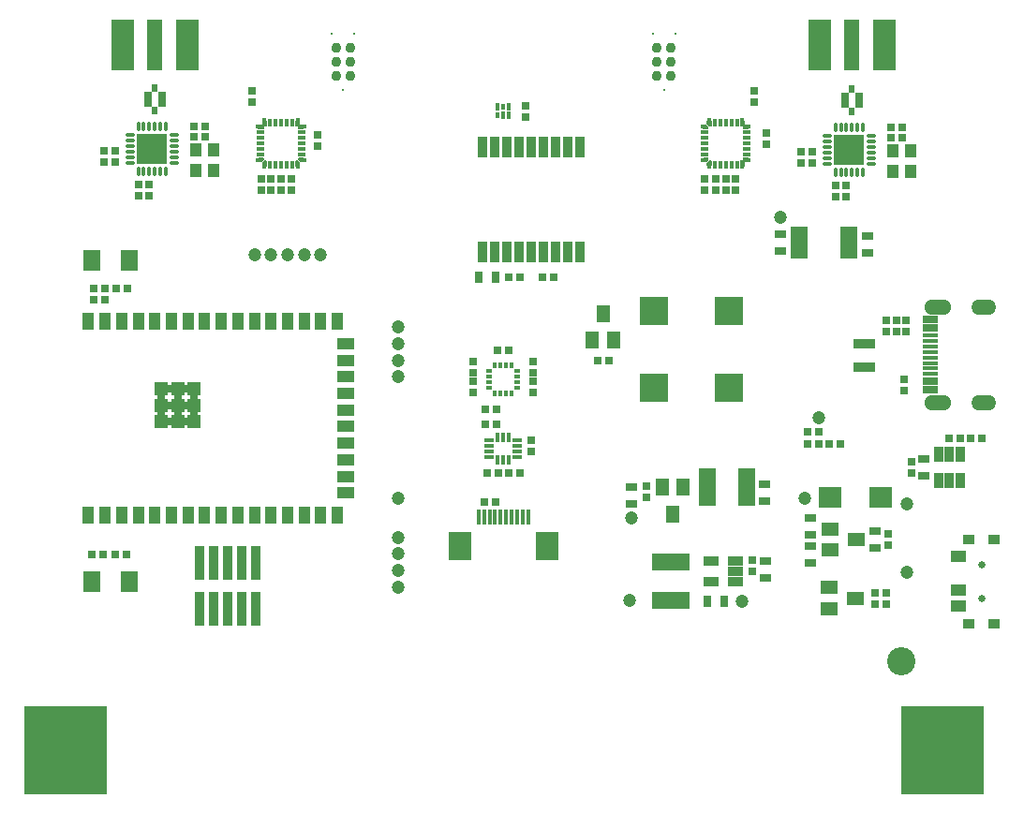
<source format=gbs>
G04*
G04 #@! TF.GenerationSoftware,Altium Limited,Altium Designer,22.1.2 (22)*
G04*
G04 Layer_Color=16711935*
%FSLAX44Y44*%
%MOMM*%
G71*
G04*
G04 #@! TF.SameCoordinates,DC0EFF74-F3D2-441A-B5B2-ABEB85199A1F*
G04*
G04*
G04 #@! TF.FilePolarity,Negative*
G04*
G01*
G75*
%ADD21R,2.1500X4.6500*%
%ADD22C,0.1500*%
%ADD23C,0.2500*%
%ADD24C,0.7500*%
%ADD25C,0.6500*%
%ADD26O,2.2500X1.3500*%
%ADD27O,2.4500X1.3500*%
%ADD28C,2.5500*%
%ADD95R,0.7596X0.6580*%
%ADD96R,0.6580X0.7596*%
%ADD97R,1.1500X1.6500*%
%ADD98R,2.6500X2.6500*%
%ADD99R,1.5500X1.8500*%
%ADD100C,0.9370*%
%ADD101R,0.8500X1.9500*%
%ADD102R,0.9500X1.9500*%
%ADD103R,1.2500X1.2500*%
%ADD104R,1.0500X1.6500*%
%ADD105R,1.6500X1.0500*%
%ADD106R,0.5000X0.4500*%
%ADD107R,0.7000X0.4500*%
%ADD108R,0.4500X0.5000*%
%ADD109R,0.4500X0.7000*%
%ADD110R,2.8300X2.8300*%
%ADD111O,0.3700X0.8500*%
%ADD112O,0.8500X0.3700*%
%ADD113R,1.0500X1.1500*%
%ADD114R,0.7000X1.4000*%
%ADD115R,0.5000X0.7000*%
%ADD116R,0.4500X0.6000*%
%ADD117R,0.6000X0.4500*%
%ADD118R,0.8250X0.4000*%
%ADD119R,0.4000X0.8250*%
%ADD120R,1.0390X0.7850*%
%ADD121C,1.2032*%
%ADD122R,0.7850X1.0390*%
%ADD123R,1.3500X0.8500*%
%ADD124R,1.6500X2.9500*%
%ADD125R,3.4500X1.5500*%
%ADD126R,0.8500X1.3500*%
%ADD127R,1.5500X3.4500*%
%ADD128R,1.6500X1.1500*%
%ADD129R,2.1500X1.9500*%
%ADD130R,1.1100X0.9500*%
%ADD131R,1.4000X1.0500*%
%ADD132R,1.4000X0.7500*%
%ADD133R,1.4000X0.4500*%
%ADD134R,0.9016X3.1016*%
%ADD135R,0.6500X0.9500*%
%ADD136R,0.3500X0.6500*%
%ADD137R,0.3500X0.6000*%
%ADD138R,7.5000X7.9200*%
%ADD139R,2.1500X2.6500*%
%ADD140R,0.4500X1.4000*%
%ADD141R,1.3500X4.6500*%
G36*
X232868Y653243D02*
X232983Y653215D01*
X233092Y653170D01*
X233192Y653109D01*
X233282Y653032D01*
X233359Y652942D01*
X233420Y652842D01*
X233465Y652732D01*
X233493Y652618D01*
X233502Y652500D01*
Y651000D01*
X233493Y650882D01*
X233465Y650768D01*
X233434Y650690D01*
X233420Y650658D01*
X233359Y650558D01*
X233282Y650468D01*
X231782Y648968D01*
X231692Y648891D01*
X231592Y648830D01*
X231483Y648784D01*
X231368Y648757D01*
X231250Y648748D01*
X229000D01*
X228882Y648757D01*
X228768Y648784D01*
X228658Y648830D01*
X228558Y648891D01*
X228468Y648968D01*
X228391Y649058D01*
X228330Y649158D01*
X228284Y649268D01*
X228257Y649382D01*
X228248Y649500D01*
Y652500D01*
X228257Y652618D01*
X228284Y652732D01*
X228330Y652842D01*
X228391Y652942D01*
X228468Y653032D01*
X228558Y653109D01*
X228658Y653170D01*
X228768Y653215D01*
X228882Y653243D01*
X229000Y653252D01*
X232750D01*
X232868Y653243D01*
D02*
G37*
G36*
X235618Y650493D02*
X235732Y650465D01*
X235842Y650420D01*
X235942Y650359D01*
X236032Y650282D01*
X236109Y650192D01*
X236170Y650092D01*
X236215Y649983D01*
X236243Y649868D01*
X236252Y649750D01*
Y646000D01*
X236243Y645882D01*
X236215Y645768D01*
X236170Y645658D01*
X236109Y645558D01*
X236032Y645468D01*
X235942Y645391D01*
X235842Y645330D01*
X235732Y645285D01*
X235618Y645257D01*
X235500Y645248D01*
X232500D01*
X232382Y645257D01*
X232267Y645285D01*
X232159Y645330D01*
X232058Y645391D01*
X231968Y645468D01*
X231891Y645558D01*
X231830Y645658D01*
X231784Y645768D01*
X231757Y645882D01*
X231748Y646000D01*
Y648250D01*
X231757Y648368D01*
X231784Y648483D01*
X231830Y648592D01*
X231891Y648692D01*
X231968Y648782D01*
X233468Y650282D01*
X233558Y650359D01*
X233659Y650420D01*
X233690Y650434D01*
X233768Y650465D01*
X233882Y650493D01*
X234000Y650502D01*
X235500D01*
X235618Y650493D01*
D02*
G37*
G36*
Y686743D02*
X235732Y686715D01*
X235842Y686670D01*
X235942Y686609D01*
X236032Y686532D01*
X236109Y686442D01*
X236170Y686342D01*
X236215Y686233D01*
X236243Y686118D01*
X236252Y686000D01*
Y682250D01*
X236243Y682132D01*
X236215Y682018D01*
X236170Y681908D01*
X236109Y681808D01*
X236032Y681718D01*
X235942Y681641D01*
X235842Y681580D01*
X235732Y681535D01*
X235618Y681507D01*
X235500Y681498D01*
X234000D01*
X233882Y681507D01*
X233768Y681535D01*
X233690Y681566D01*
X233659Y681580D01*
X233558Y681641D01*
X233468Y681718D01*
X231968Y683218D01*
X231891Y683308D01*
X231830Y683409D01*
X231784Y683518D01*
X231757Y683632D01*
X231748Y683750D01*
Y686000D01*
X231757Y686118D01*
X231784Y686233D01*
X231830Y686342D01*
X231891Y686442D01*
X231968Y686532D01*
X232058Y686609D01*
X232159Y686670D01*
X232267Y686715D01*
X232382Y686743D01*
X232500Y686752D01*
X235500D01*
X235618Y686743D01*
D02*
G37*
G36*
X231368Y683243D02*
X231483Y683215D01*
X231592Y683170D01*
X231692Y683109D01*
X231782Y683032D01*
X233282Y681532D01*
X233359Y681442D01*
X233420Y681342D01*
X233434Y681310D01*
X233465Y681233D01*
X233493Y681118D01*
X233502Y681000D01*
Y679500D01*
X233493Y679382D01*
X233465Y679268D01*
X233420Y679158D01*
X233359Y679058D01*
X233282Y678968D01*
X233192Y678891D01*
X233092Y678830D01*
X232983Y678784D01*
X232868Y678757D01*
X232750Y678748D01*
X229000D01*
X228882Y678757D01*
X228768Y678784D01*
X228658Y678830D01*
X228558Y678891D01*
X228468Y678968D01*
X228391Y679058D01*
X228330Y679158D01*
X228284Y679268D01*
X228257Y679382D01*
X228248Y679500D01*
Y682500D01*
X228257Y682618D01*
X228284Y682732D01*
X228330Y682842D01*
X228391Y682942D01*
X228468Y683032D01*
X228558Y683109D01*
X228658Y683170D01*
X228768Y683215D01*
X228882Y683243D01*
X229000Y683252D01*
X231250D01*
X231368Y683243D01*
D02*
G37*
G36*
X269118Y653243D02*
X269233Y653215D01*
X269342Y653170D01*
X269442Y653109D01*
X269532Y653032D01*
X269609Y652942D01*
X269670Y652842D01*
X269715Y652732D01*
X269743Y652618D01*
X269752Y652500D01*
Y649500D01*
X269743Y649382D01*
X269715Y649268D01*
X269670Y649158D01*
X269609Y649058D01*
X269532Y648968D01*
X269442Y648891D01*
X269342Y648830D01*
X269233Y648784D01*
X269118Y648757D01*
X269000Y648748D01*
X266750D01*
X266632Y648757D01*
X266518Y648784D01*
X266409Y648830D01*
X266308Y648891D01*
X266218Y648968D01*
X264718Y650468D01*
X264641Y650558D01*
X264580Y650658D01*
X264566Y650690D01*
X264534Y650768D01*
X264507Y650882D01*
X264498Y651000D01*
Y652500D01*
X264507Y652618D01*
X264534Y652732D01*
X264580Y652842D01*
X264641Y652942D01*
X264718Y653032D01*
X264808Y653109D01*
X264909Y653170D01*
X265018Y653215D01*
X265132Y653243D01*
X265250Y653252D01*
X269000D01*
X269118Y653243D01*
D02*
G37*
G36*
X264118Y650493D02*
X264233Y650465D01*
X264310Y650434D01*
X264342Y650420D01*
X264442Y650359D01*
X264532Y650282D01*
X266032Y648782D01*
X266109Y648692D01*
X266170Y648592D01*
X266215Y648483D01*
X266243Y648368D01*
X266252Y648250D01*
Y646000D01*
X266243Y645882D01*
X266215Y645768D01*
X266170Y645658D01*
X266109Y645558D01*
X266032Y645468D01*
X265942Y645391D01*
X265842Y645330D01*
X265732Y645285D01*
X265618Y645257D01*
X265500Y645248D01*
X262500D01*
X262382Y645257D01*
X262267Y645285D01*
X262159Y645330D01*
X262058Y645391D01*
X261968Y645468D01*
X261891Y645558D01*
X261830Y645658D01*
X261784Y645768D01*
X261757Y645882D01*
X261748Y646000D01*
Y649750D01*
X261757Y649868D01*
X261784Y649983D01*
X261830Y650092D01*
X261891Y650192D01*
X261968Y650282D01*
X262058Y650359D01*
X262159Y650420D01*
X262267Y650465D01*
X262382Y650493D01*
X262500Y650502D01*
X264000D01*
X264118Y650493D01*
D02*
G37*
G36*
X265618Y686743D02*
X265732Y686715D01*
X265842Y686670D01*
X265942Y686609D01*
X266032Y686532D01*
X266109Y686442D01*
X266170Y686342D01*
X266215Y686233D01*
X266243Y686118D01*
X266252Y686000D01*
Y683750D01*
X266243Y683632D01*
X266215Y683518D01*
X266170Y683409D01*
X266109Y683308D01*
X266032Y683218D01*
X264532Y681718D01*
X264442Y681641D01*
X264342Y681580D01*
X264310Y681566D01*
X264233Y681535D01*
X264118Y681507D01*
X264000Y681498D01*
X262500D01*
X262382Y681507D01*
X262267Y681535D01*
X262159Y681580D01*
X262058Y681641D01*
X261968Y681718D01*
X261891Y681808D01*
X261830Y681908D01*
X261784Y682018D01*
X261757Y682132D01*
X261748Y682250D01*
Y686000D01*
X261757Y686118D01*
X261784Y686233D01*
X261830Y686342D01*
X261891Y686442D01*
X261968Y686532D01*
X262058Y686609D01*
X262159Y686670D01*
X262267Y686715D01*
X262382Y686743D01*
X262500Y686752D01*
X265500D01*
X265618Y686743D01*
D02*
G37*
G36*
X269118Y683243D02*
X269233Y683215D01*
X269342Y683170D01*
X269442Y683109D01*
X269532Y683032D01*
X269609Y682942D01*
X269670Y682842D01*
X269715Y682732D01*
X269743Y682618D01*
X269752Y682500D01*
Y679500D01*
X269743Y679382D01*
X269715Y679268D01*
X269670Y679158D01*
X269609Y679058D01*
X269532Y678968D01*
X269442Y678891D01*
X269342Y678830D01*
X269233Y678784D01*
X269118Y678757D01*
X269000Y678748D01*
X265250D01*
X265132Y678757D01*
X265018Y678784D01*
X264909Y678830D01*
X264808Y678891D01*
X264718Y678968D01*
X264641Y679058D01*
X264580Y679158D01*
X264534Y679268D01*
X264507Y679382D01*
X264498Y679500D01*
Y681000D01*
X264507Y681118D01*
X264534Y681233D01*
X264566Y681310D01*
X264580Y681342D01*
X264641Y681442D01*
X264718Y681532D01*
X266218Y683032D01*
X266308Y683109D01*
X266409Y683170D01*
X266518Y683215D01*
X266632Y683243D01*
X266750Y683252D01*
X269000D01*
X269118Y683243D01*
D02*
G37*
G36*
X634868Y653243D02*
X634982Y653215D01*
X635092Y653170D01*
X635192Y653109D01*
X635282Y653032D01*
X635359Y652942D01*
X635420Y652842D01*
X635466Y652732D01*
X635493Y652618D01*
X635502Y652500D01*
Y651000D01*
X635493Y650882D01*
X635466Y650768D01*
X635434Y650690D01*
X635420Y650658D01*
X635359Y650558D01*
X635282Y650468D01*
X633782Y648968D01*
X633692Y648891D01*
X633592Y648830D01*
X633483Y648784D01*
X633368Y648757D01*
X633250Y648748D01*
X631000D01*
X630882Y648757D01*
X630768Y648784D01*
X630658Y648830D01*
X630558Y648891D01*
X630468Y648968D01*
X630391Y649058D01*
X630330Y649158D01*
X630285Y649268D01*
X630257Y649382D01*
X630248Y649500D01*
Y652500D01*
X630257Y652618D01*
X630285Y652732D01*
X630330Y652842D01*
X630391Y652942D01*
X630468Y653032D01*
X630558Y653109D01*
X630658Y653170D01*
X630768Y653215D01*
X630882Y653243D01*
X631000Y653252D01*
X634750D01*
X634868Y653243D01*
D02*
G37*
G36*
X637618Y650493D02*
X637733Y650465D01*
X637842Y650420D01*
X637942Y650359D01*
X638032Y650282D01*
X638109Y650192D01*
X638170Y650092D01*
X638215Y649983D01*
X638243Y649868D01*
X638252Y649750D01*
Y646000D01*
X638243Y645882D01*
X638215Y645768D01*
X638170Y645658D01*
X638109Y645558D01*
X638032Y645468D01*
X637942Y645391D01*
X637842Y645330D01*
X637733Y645285D01*
X637618Y645257D01*
X637500Y645248D01*
X634500D01*
X634382Y645257D01*
X634268Y645285D01*
X634159Y645330D01*
X634058Y645391D01*
X633968Y645468D01*
X633891Y645558D01*
X633830Y645658D01*
X633784Y645768D01*
X633757Y645882D01*
X633748Y646000D01*
Y648250D01*
X633757Y648368D01*
X633784Y648483D01*
X633830Y648592D01*
X633891Y648692D01*
X633968Y648782D01*
X635468Y650282D01*
X635558Y650359D01*
X635658Y650420D01*
X635690Y650434D01*
X635768Y650465D01*
X635882Y650493D01*
X636000Y650502D01*
X637500D01*
X637618Y650493D01*
D02*
G37*
G36*
Y686743D02*
X637733Y686715D01*
X637842Y686670D01*
X637942Y686609D01*
X638032Y686532D01*
X638109Y686442D01*
X638170Y686342D01*
X638215Y686233D01*
X638243Y686118D01*
X638252Y686000D01*
Y682250D01*
X638243Y682132D01*
X638215Y682018D01*
X638170Y681908D01*
X638109Y681808D01*
X638032Y681718D01*
X637942Y681641D01*
X637842Y681580D01*
X637733Y681535D01*
X637618Y681507D01*
X637500Y681498D01*
X636000D01*
X635882Y681507D01*
X635768Y681535D01*
X635690Y681566D01*
X635658Y681580D01*
X635558Y681641D01*
X635468Y681718D01*
X633968Y683218D01*
X633891Y683308D01*
X633830Y683409D01*
X633784Y683518D01*
X633757Y683632D01*
X633748Y683750D01*
Y686000D01*
X633757Y686118D01*
X633784Y686233D01*
X633830Y686342D01*
X633891Y686442D01*
X633968Y686532D01*
X634058Y686609D01*
X634159Y686670D01*
X634268Y686715D01*
X634382Y686743D01*
X634500Y686752D01*
X637500D01*
X637618Y686743D01*
D02*
G37*
G36*
X633368Y683243D02*
X633483Y683215D01*
X633592Y683170D01*
X633692Y683109D01*
X633782Y683032D01*
X635282Y681532D01*
X635359Y681442D01*
X635420Y681342D01*
X635434Y681310D01*
X635466Y681233D01*
X635493Y681118D01*
X635502Y681000D01*
Y679500D01*
X635493Y679382D01*
X635466Y679268D01*
X635420Y679158D01*
X635359Y679058D01*
X635282Y678968D01*
X635192Y678891D01*
X635092Y678830D01*
X634982Y678784D01*
X634868Y678757D01*
X634750Y678748D01*
X631000D01*
X630882Y678757D01*
X630768Y678784D01*
X630658Y678830D01*
X630558Y678891D01*
X630468Y678968D01*
X630391Y679058D01*
X630330Y679158D01*
X630285Y679268D01*
X630257Y679382D01*
X630248Y679500D01*
Y682500D01*
X630257Y682618D01*
X630285Y682732D01*
X630330Y682842D01*
X630391Y682942D01*
X630468Y683032D01*
X630558Y683109D01*
X630658Y683170D01*
X630768Y683215D01*
X630882Y683243D01*
X631000Y683252D01*
X633250D01*
X633368Y683243D01*
D02*
G37*
G36*
X671118Y653243D02*
X671233Y653215D01*
X671342Y653170D01*
X671442Y653109D01*
X671532Y653032D01*
X671609Y652942D01*
X671670Y652842D01*
X671715Y652732D01*
X671743Y652618D01*
X671752Y652500D01*
Y649500D01*
X671743Y649382D01*
X671715Y649268D01*
X671670Y649158D01*
X671609Y649058D01*
X671532Y648968D01*
X671442Y648891D01*
X671342Y648830D01*
X671233Y648784D01*
X671118Y648757D01*
X671000Y648748D01*
X668750D01*
X668632Y648757D01*
X668518Y648784D01*
X668409Y648830D01*
X668308Y648891D01*
X668218Y648968D01*
X666718Y650468D01*
X666641Y650558D01*
X666580Y650658D01*
X666566Y650690D01*
X666535Y650768D01*
X666507Y650882D01*
X666498Y651000D01*
Y652500D01*
X666507Y652618D01*
X666535Y652732D01*
X666580Y652842D01*
X666641Y652942D01*
X666718Y653032D01*
X666808Y653109D01*
X666908Y653170D01*
X667018Y653215D01*
X667132Y653243D01*
X667250Y653252D01*
X671000D01*
X671118Y653243D01*
D02*
G37*
G36*
X666118Y650493D02*
X666233Y650465D01*
X666310Y650434D01*
X666342Y650420D01*
X666442Y650359D01*
X666532Y650282D01*
X668032Y648782D01*
X668109Y648692D01*
X668170Y648592D01*
X668215Y648483D01*
X668243Y648368D01*
X668252Y648250D01*
Y646000D01*
X668243Y645882D01*
X668215Y645768D01*
X668170Y645658D01*
X668109Y645558D01*
X668032Y645468D01*
X667942Y645391D01*
X667842Y645330D01*
X667732Y645285D01*
X667618Y645257D01*
X667500Y645248D01*
X664500D01*
X664382Y645257D01*
X664268Y645285D01*
X664158Y645330D01*
X664058Y645391D01*
X663968Y645468D01*
X663891Y645558D01*
X663830Y645658D01*
X663784Y645768D01*
X663757Y645882D01*
X663748Y646000D01*
Y649750D01*
X663757Y649868D01*
X663784Y649983D01*
X663830Y650092D01*
X663891Y650192D01*
X663968Y650282D01*
X664058Y650359D01*
X664158Y650420D01*
X664268Y650465D01*
X664382Y650493D01*
X664500Y650502D01*
X666000D01*
X666118Y650493D01*
D02*
G37*
G36*
X667618Y686743D02*
X667732Y686715D01*
X667842Y686670D01*
X667942Y686609D01*
X668032Y686532D01*
X668109Y686442D01*
X668170Y686342D01*
X668215Y686233D01*
X668243Y686118D01*
X668252Y686000D01*
Y683750D01*
X668243Y683632D01*
X668215Y683518D01*
X668170Y683409D01*
X668109Y683308D01*
X668032Y683218D01*
X666532Y681718D01*
X666442Y681641D01*
X666342Y681580D01*
X666310Y681566D01*
X666233Y681535D01*
X666118Y681507D01*
X666000Y681498D01*
X664500D01*
X664382Y681507D01*
X664268Y681535D01*
X664158Y681580D01*
X664058Y681641D01*
X663968Y681718D01*
X663891Y681808D01*
X663830Y681908D01*
X663784Y682018D01*
X663757Y682132D01*
X663748Y682250D01*
Y686000D01*
X663757Y686118D01*
X663784Y686233D01*
X663830Y686342D01*
X663891Y686442D01*
X663968Y686532D01*
X664058Y686609D01*
X664158Y686670D01*
X664268Y686715D01*
X664382Y686743D01*
X664500Y686752D01*
X667500D01*
X667618Y686743D01*
D02*
G37*
G36*
X671118Y683243D02*
X671233Y683215D01*
X671342Y683170D01*
X671442Y683109D01*
X671532Y683032D01*
X671609Y682942D01*
X671670Y682842D01*
X671715Y682732D01*
X671743Y682618D01*
X671752Y682500D01*
Y679500D01*
X671743Y679382D01*
X671715Y679268D01*
X671670Y679158D01*
X671609Y679058D01*
X671532Y678968D01*
X671442Y678891D01*
X671342Y678830D01*
X671233Y678784D01*
X671118Y678757D01*
X671000Y678748D01*
X667250D01*
X667132Y678757D01*
X667018Y678784D01*
X666908Y678830D01*
X666808Y678891D01*
X666718Y678968D01*
X666641Y679058D01*
X666580Y679158D01*
X666535Y679268D01*
X666507Y679382D01*
X666498Y679500D01*
Y681000D01*
X666507Y681118D01*
X666535Y681233D01*
X666566Y681310D01*
X666580Y681342D01*
X666641Y681442D01*
X666718Y681532D01*
X668218Y683032D01*
X668308Y683109D01*
X668409Y683170D01*
X668518Y683215D01*
X668632Y683243D01*
X668750Y683252D01*
X671000D01*
X671118Y683243D01*
D02*
G37*
D21*
X164000Y755000D02*
D03*
X106000D02*
D03*
X794000D02*
D03*
X736000D02*
D03*
D22*
X95000Y270000D02*
D03*
Y560000D02*
D03*
X847450Y503900D02*
D03*
Y446100D02*
D03*
D23*
X595000Y714000D02*
D03*
X605160Y764800D02*
D03*
X584840D02*
D03*
X294840D02*
D03*
X315160D02*
D03*
X305000Y714000D02*
D03*
D24*
X148000Y429400D02*
D03*
Y444400D02*
D03*
Y414400D02*
D03*
X163000Y444400D02*
D03*
Y429400D02*
D03*
Y414400D02*
D03*
X140500Y436900D02*
D03*
Y421900D02*
D03*
X155500Y436900D02*
D03*
Y421900D02*
D03*
X170500Y436900D02*
D03*
Y421900D02*
D03*
D25*
X882000Y255000D02*
D03*
Y285000D02*
D03*
D26*
X884250Y431800D02*
D03*
Y518200D02*
D03*
D27*
X842450Y431800D02*
D03*
Y518200D02*
D03*
D28*
X809290Y197830D02*
D03*
D95*
X282000Y674080D02*
D03*
Y663920D02*
D03*
X688000Y675080D02*
D03*
Y664920D02*
D03*
X99000Y648920D02*
D03*
Y659080D02*
D03*
X89000Y648920D02*
D03*
Y659080D02*
D03*
X120000Y618920D02*
D03*
Y629080D02*
D03*
X130000Y618920D02*
D03*
Y629080D02*
D03*
X786000Y260080D02*
D03*
Y249920D02*
D03*
X477000Y451080D02*
D03*
Y440920D02*
D03*
X423000Y469080D02*
D03*
Y458920D02*
D03*
X477000D02*
D03*
Y469080D02*
D03*
X423000Y451080D02*
D03*
Y440920D02*
D03*
X475000Y387920D02*
D03*
Y398080D02*
D03*
X651000Y634080D02*
D03*
Y623920D02*
D03*
X660000Y634080D02*
D03*
Y623920D02*
D03*
X632000Y634080D02*
D03*
Y623920D02*
D03*
X677000Y713080D02*
D03*
Y702920D02*
D03*
X642000Y634080D02*
D03*
Y623920D02*
D03*
X760000Y628330D02*
D03*
Y618170D02*
D03*
X750000Y628330D02*
D03*
Y618170D02*
D03*
X719000Y658330D02*
D03*
Y648170D02*
D03*
X729000Y658330D02*
D03*
Y648170D02*
D03*
X223000Y713080D02*
D03*
Y702920D02*
D03*
X240000Y634080D02*
D03*
Y623920D02*
D03*
X249000Y634080D02*
D03*
Y623920D02*
D03*
X258000Y634080D02*
D03*
Y623920D02*
D03*
X231000Y634080D02*
D03*
Y623920D02*
D03*
X796000Y260080D02*
D03*
Y249920D02*
D03*
X675000Y289080D02*
D03*
Y278920D02*
D03*
X819000Y378080D02*
D03*
Y367920D02*
D03*
X579000Y345920D02*
D03*
Y356080D02*
D03*
X798000Y302920D02*
D03*
Y313080D02*
D03*
X805000Y506080D02*
D03*
Y495920D02*
D03*
X812000Y442920D02*
D03*
Y453080D02*
D03*
X814000Y506080D02*
D03*
Y495920D02*
D03*
X796000D02*
D03*
Y506080D02*
D03*
X470000Y689920D02*
D03*
Y700080D02*
D03*
D96*
X534920Y470000D02*
D03*
X545080D02*
D03*
X109080Y294000D02*
D03*
X98920D02*
D03*
X169920Y681000D02*
D03*
X180080D02*
D03*
Y672000D02*
D03*
X169920D02*
D03*
X444080Y412000D02*
D03*
X433920D02*
D03*
X434920Y368000D02*
D03*
X445080D02*
D03*
X465080D02*
D03*
X454920D02*
D03*
X455080Y479000D02*
D03*
X444920D02*
D03*
X444080Y426000D02*
D03*
X433920D02*
D03*
X799920Y671250D02*
D03*
X810080D02*
D03*
X799920Y680250D02*
D03*
X810080D02*
D03*
X871920Y399000D02*
D03*
X882080D02*
D03*
X852920D02*
D03*
X863080D02*
D03*
X743920Y394000D02*
D03*
X754080D02*
D03*
X724920Y405000D02*
D03*
X735080D02*
D03*
Y394000D02*
D03*
X724920D02*
D03*
X88080Y294000D02*
D03*
X77920D02*
D03*
X90080Y535000D02*
D03*
X79920D02*
D03*
X90080Y525000D02*
D03*
X79920D02*
D03*
X110080Y535000D02*
D03*
X99920D02*
D03*
X454920Y545000D02*
D03*
X465080D02*
D03*
X495080D02*
D03*
X484920D02*
D03*
X432920Y342000D02*
D03*
X443080D02*
D03*
D97*
X530500Y488000D02*
D03*
X549500D02*
D03*
X540000Y512000D02*
D03*
X603000Y331000D02*
D03*
X593500Y355000D02*
D03*
X612500D02*
D03*
D98*
X654000Y445500D02*
D03*
Y514500D02*
D03*
X586000Y445500D02*
D03*
Y514500D02*
D03*
D99*
X78000Y269998D02*
D03*
X112000D02*
D03*
Y559998D02*
D03*
X78000D02*
D03*
D100*
X588650Y726700D02*
D03*
X601350D02*
D03*
X588650Y739400D02*
D03*
X601350D02*
D03*
X588650Y752100D02*
D03*
X601350D02*
D03*
X311350D02*
D03*
X298650D02*
D03*
X311350Y739400D02*
D03*
X298650D02*
D03*
X311350Y726700D02*
D03*
X298650D02*
D03*
D101*
X519000Y662500D02*
D03*
X431000D02*
D03*
Y567500D02*
D03*
X519000D02*
D03*
D102*
X508000Y662500D02*
D03*
X497000D02*
D03*
X486000D02*
D03*
X475000D02*
D03*
X464000D02*
D03*
X453000D02*
D03*
X442000D02*
D03*
Y567500D02*
D03*
X453000D02*
D03*
X464000D02*
D03*
X475000D02*
D03*
X486000D02*
D03*
X497000D02*
D03*
X508000D02*
D03*
D103*
X155500Y429400D02*
D03*
Y444400D02*
D03*
Y414400D02*
D03*
X170500Y444400D02*
D03*
Y429400D02*
D03*
Y414400D02*
D03*
X140500Y444400D02*
D03*
Y429400D02*
D03*
Y414400D02*
D03*
D104*
X75000Y505000D02*
D03*
X90000D02*
D03*
X105000D02*
D03*
X120000D02*
D03*
X135000D02*
D03*
X150000D02*
D03*
X165000D02*
D03*
X180000D02*
D03*
X195000D02*
D03*
X210000D02*
D03*
X225000D02*
D03*
X240000D02*
D03*
X255000D02*
D03*
X270000D02*
D03*
X285000D02*
D03*
X300000D02*
D03*
X75000Y330000D02*
D03*
X90000D02*
D03*
X105000D02*
D03*
X120000D02*
D03*
X135000D02*
D03*
X150000D02*
D03*
X165000D02*
D03*
X180000D02*
D03*
X195000D02*
D03*
X210000D02*
D03*
X225000D02*
D03*
X240000D02*
D03*
X255000D02*
D03*
X270000D02*
D03*
X285000D02*
D03*
X300000D02*
D03*
D105*
X307500Y485000D02*
D03*
Y470000D02*
D03*
Y455000D02*
D03*
Y440000D02*
D03*
Y425000D02*
D03*
Y410000D02*
D03*
Y395000D02*
D03*
Y380000D02*
D03*
Y365000D02*
D03*
Y350000D02*
D03*
D106*
X671000Y651000D02*
D03*
Y681000D02*
D03*
X631000D02*
D03*
Y651000D02*
D03*
X269000D02*
D03*
Y681000D02*
D03*
X229000D02*
D03*
Y651000D02*
D03*
D107*
X670000Y656000D02*
D03*
Y661000D02*
D03*
Y666000D02*
D03*
Y671000D02*
D03*
Y676000D02*
D03*
X632000D02*
D03*
Y671000D02*
D03*
Y666000D02*
D03*
Y661000D02*
D03*
Y656000D02*
D03*
X268000D02*
D03*
Y661000D02*
D03*
Y666000D02*
D03*
Y671000D02*
D03*
Y676000D02*
D03*
X230000D02*
D03*
Y671000D02*
D03*
Y666000D02*
D03*
Y661000D02*
D03*
Y656000D02*
D03*
D108*
X666000Y686000D02*
D03*
X636000D02*
D03*
Y646000D02*
D03*
X666000D02*
D03*
X264000Y686000D02*
D03*
X234000D02*
D03*
Y646000D02*
D03*
X264000D02*
D03*
D109*
X661000Y685000D02*
D03*
X656000D02*
D03*
X651000D02*
D03*
X646000D02*
D03*
X641000D02*
D03*
Y647000D02*
D03*
X646000D02*
D03*
X651000D02*
D03*
X656000D02*
D03*
X661000D02*
D03*
X259000Y685000D02*
D03*
X254000D02*
D03*
X249000D02*
D03*
X244000D02*
D03*
X239000D02*
D03*
Y647000D02*
D03*
X244000D02*
D03*
X249000D02*
D03*
X254000D02*
D03*
X259000D02*
D03*
D110*
X132500Y661000D02*
D03*
X762500Y660250D02*
D03*
D111*
X145000Y681000D02*
D03*
X140000D02*
D03*
X135000D02*
D03*
X130000D02*
D03*
X125000D02*
D03*
X120000D02*
D03*
Y641000D02*
D03*
X125000D02*
D03*
X130000D02*
D03*
X135000D02*
D03*
X140000D02*
D03*
X145000D02*
D03*
X775000Y640250D02*
D03*
X770000D02*
D03*
X765000D02*
D03*
X760000D02*
D03*
X755000D02*
D03*
X750000D02*
D03*
Y680250D02*
D03*
X755000D02*
D03*
X760000D02*
D03*
X765000D02*
D03*
X770000D02*
D03*
X775000D02*
D03*
D112*
X112500Y673500D02*
D03*
Y668500D02*
D03*
Y663500D02*
D03*
Y658500D02*
D03*
Y653500D02*
D03*
Y648500D02*
D03*
X152500D02*
D03*
Y653500D02*
D03*
Y658500D02*
D03*
Y663500D02*
D03*
Y668500D02*
D03*
Y673500D02*
D03*
X782500Y672750D02*
D03*
Y667750D02*
D03*
Y662750D02*
D03*
Y657750D02*
D03*
Y652750D02*
D03*
Y647750D02*
D03*
X742500D02*
D03*
Y652750D02*
D03*
Y657750D02*
D03*
Y662750D02*
D03*
Y667750D02*
D03*
Y672750D02*
D03*
D113*
X172125Y660250D02*
D03*
X187875Y641750D02*
D03*
X172125D02*
D03*
X187875Y660250D02*
D03*
X817875Y659500D02*
D03*
X802125Y641000D02*
D03*
X817875D02*
D03*
X802125Y659500D02*
D03*
D114*
X128500Y706000D02*
D03*
X141500D02*
D03*
X771500Y705250D02*
D03*
X758500D02*
D03*
D115*
X135000Y716250D02*
D03*
Y695750D02*
D03*
X765000Y695000D02*
D03*
Y715500D02*
D03*
D116*
X452500Y440250D02*
D03*
X447500D02*
D03*
X442500D02*
D03*
Y465750D02*
D03*
X447500D02*
D03*
X457500D02*
D03*
X452500D02*
D03*
X457500Y440250D02*
D03*
D117*
X437250Y445500D02*
D03*
Y450500D02*
D03*
Y455500D02*
D03*
Y460500D02*
D03*
X462750Y460500D02*
D03*
Y455500D02*
D03*
Y450500D02*
D03*
Y445500D02*
D03*
D118*
X437375Y397500D02*
D03*
Y392500D02*
D03*
Y387500D02*
D03*
Y382500D02*
D03*
X462625D02*
D03*
Y387500D02*
D03*
Y392500D02*
D03*
Y397500D02*
D03*
D119*
X450000Y400040D02*
D03*
X445000D02*
D03*
X455000D02*
D03*
Y379960D02*
D03*
X445000D02*
D03*
X450000D02*
D03*
D120*
X700000Y583620D02*
D03*
Y568380D02*
D03*
X779000Y582620D02*
D03*
Y567380D02*
D03*
X687000Y273380D02*
D03*
Y288620D02*
D03*
X830000Y365380D02*
D03*
Y380620D02*
D03*
X686000Y342380D02*
D03*
Y357620D02*
D03*
X566000Y355620D02*
D03*
Y340380D02*
D03*
X727000Y312380D02*
D03*
Y327620D02*
D03*
X786000Y315620D02*
D03*
Y300380D02*
D03*
X727000Y286380D02*
D03*
Y301620D02*
D03*
D121*
X270000Y565000D02*
D03*
X285000D02*
D03*
X355000Y485000D02*
D03*
Y310000D02*
D03*
Y500000D02*
D03*
Y295000D02*
D03*
Y470000D02*
D03*
Y280000D02*
D03*
Y265000D02*
D03*
X815000Y340000D02*
D03*
X700000Y599000D02*
D03*
X355000Y345000D02*
D03*
Y455000D02*
D03*
X225000Y565000D02*
D03*
X240000D02*
D03*
X255000D02*
D03*
X815000Y278000D02*
D03*
X666000Y252000D02*
D03*
X564000Y253000D02*
D03*
X722000Y345000D02*
D03*
X566000Y327000D02*
D03*
X735000Y418000D02*
D03*
D122*
X649620Y252000D02*
D03*
X634380D02*
D03*
X427380Y545000D02*
D03*
X442620D02*
D03*
D123*
X660000Y269500D02*
D03*
Y288500D02*
D03*
X638000Y288500D02*
D03*
Y269500D02*
D03*
X660000Y279000D02*
D03*
D124*
X762500Y576000D02*
D03*
X717500D02*
D03*
D125*
X601000Y287500D02*
D03*
Y252500D02*
D03*
D126*
X843500Y361000D02*
D03*
X862500D02*
D03*
Y385000D02*
D03*
X853000D02*
D03*
X843500D02*
D03*
X853000Y361000D02*
D03*
D127*
X669500Y355000D02*
D03*
X634500D02*
D03*
D128*
X768000Y255000D02*
D03*
X744000Y245500D02*
D03*
Y264500D02*
D03*
X769000Y308000D02*
D03*
X745000Y298500D02*
D03*
Y317500D02*
D03*
D129*
Y346000D02*
D03*
X791000D02*
D03*
D130*
X893350Y232000D02*
D03*
X870650D02*
D03*
X893350Y308000D02*
D03*
X870650D02*
D03*
D131*
X861250Y247500D02*
D03*
Y262500D02*
D03*
Y292500D02*
D03*
D132*
X835750Y443000D02*
D03*
Y451000D02*
D03*
Y499000D02*
D03*
Y507000D02*
D03*
D133*
Y457500D02*
D03*
Y462500D02*
D03*
Y467500D02*
D03*
Y472500D02*
D03*
Y477500D02*
D03*
Y482500D02*
D03*
Y487500D02*
D03*
Y492500D02*
D03*
D134*
X175000Y287000D02*
D03*
Y245000D02*
D03*
X187700Y287000D02*
D03*
Y245000D02*
D03*
X200400Y287000D02*
D03*
Y245000D02*
D03*
X213100Y287000D02*
D03*
Y245000D02*
D03*
X225800Y287000D02*
D03*
Y245000D02*
D03*
D135*
X782500Y484500D02*
D03*
X769500D02*
D03*
X775999Y463500D02*
D03*
X782500D02*
D03*
X769500D02*
D03*
X776001Y484500D02*
D03*
D136*
X445000Y698750D02*
D03*
X455000D02*
D03*
Y691250D02*
D03*
X450000D02*
D03*
D137*
Y698750D02*
D03*
X445000Y691250D02*
D03*
D138*
X847190Y117830D02*
D03*
X54590D02*
D03*
D139*
X489400Y302125D02*
D03*
X410600D02*
D03*
D140*
X427500Y327875D02*
D03*
X432500D02*
D03*
X437500D02*
D03*
X442500D02*
D03*
X447500D02*
D03*
X452500D02*
D03*
X457500D02*
D03*
X462500D02*
D03*
X467500D02*
D03*
X472500D02*
D03*
D141*
X135000Y755000D02*
D03*
X765000D02*
D03*
M02*

</source>
